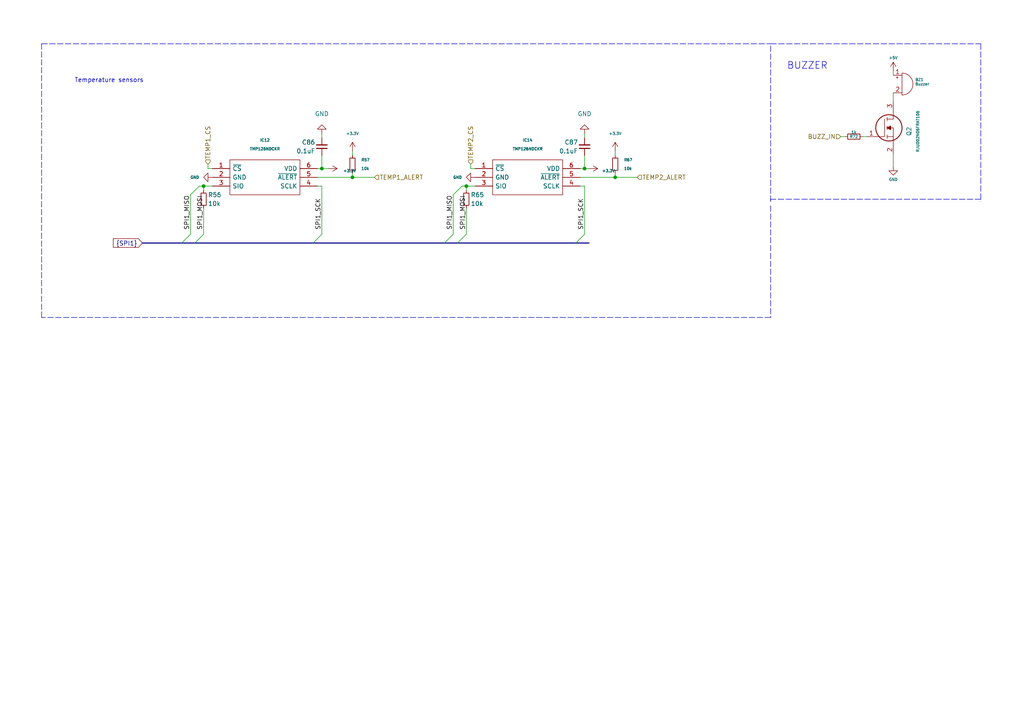
<source format=kicad_sch>
(kicad_sch (version 20211123) (generator eeschema)
  (paper "A4")
  (lib_symbols
    (symbol "BSPD-07:RJU002N06FRAT106" (pin_names (offset 0.762))
      (property "Reference" "Q" (at 11.43 3.81 0))
      (property "Value" "RJU002N06FRAT106" (at 11.43 1.27 0))
      (symbol "RJU002N06FRAT106_0_0"
        (pin passive line (at 0 0 0) (length 2.54) (name "~") (number "1"))
        (pin passive line (at 7.62 -5.08 90) (length 2.54) (name "~") (number "2"))
        (pin passive line (at 7.62 10.16 270) (length 2.54) (name "~") (number "3"))
      )
      (symbol "RJU002N06FRAT106_0_1"
        (polyline (pts (xy 5.842 -0.508) (xy 5.842 0.508)) (stroke (width 0.1524)))
        (polyline (pts (xy 5.842 0) (xy 7.62 0)) (stroke (width 0.1524)))
        (polyline (pts (xy 5.842 2.032) (xy 5.842 3.048)) (stroke (width 0.1524)))
        (polyline (pts (xy 5.842 5.588) (xy 5.842 4.572)) (stroke (width 0.1524)))
        (polyline (pts (xy 7.62 2.54) (xy 5.842 2.54)) (stroke (width 0.1524)))
        (polyline (pts (xy 7.62 2.54) (xy 7.62 -2.54)) (stroke (width 0.1524)))
        (polyline (pts (xy 7.62 5.08) (xy 5.842 5.08)) (stroke (width 0.1524)))
        (polyline (pts (xy 7.62 5.08) (xy 7.62 7.62)) (stroke (width 0.1524)))
        (polyline (pts (xy 2.54 0) (xy 5.08 0) (xy 5.08 5.08)) (stroke (width 0.1524)))
        (polyline (pts (xy 5.842 2.54) (xy 6.858 3.048) (xy 6.858 2.032) (xy 5.842 2.54)) (stroke (width 0.254)) (fill (type outline)))
        (circle (center 6.35 2.54) (radius 3.81) (stroke (width 0.254)))
      )
    )
    (symbol "Device:Buzzer" (pin_names (offset 0.0254) hide)
      (property "Reference" "BZ" (at 3.81 1.27 0))
      (property "Value" "Buzzer" (at 3.81 -1.27 0))
      (symbol "Buzzer_0_1"
        (arc (start 0 -3.175) (mid 3.175 0) (end 0 3.175))
        (polyline (pts (xy -1.651 1.905) (xy -1.143 1.905)))
        (polyline (pts (xy -1.397 2.159) (xy -1.397 1.651)))
        (polyline (pts (xy 0 3.175) (xy 0 -3.175)))
      )
      (symbol "Buzzer_1_1"
        (pin passive line (at -2.54 2.54 0) (length 2.54) (name "-") (number "1"))
        (pin passive line (at -2.54 -2.54 0) (length 2.54) (name "+") (number "2"))
      )
    )
    (symbol "Device:C_Small" (pin_numbers hide) (pin_names (offset 0.254) hide)
      (property "Reference" "C" (at 0.254 1.778 0))
      (property "Value" "C_Small" (at 0.254 -2.032 0))
      (symbol "C_Small_0_1"
        (polyline (pts (xy -1.524 -0.508) (xy 1.524 -0.508)) (stroke (width 0.3302)))
        (polyline (pts (xy -1.524 0.508) (xy 1.524 0.508)) (stroke (width 0.3048)))
      )
      (symbol "C_Small_1_1"
        (pin passive line (at 0 2.54 270) (length 2.032) (name "~") (number "1"))
        (pin passive line (at 0 -2.54 90) (length 2.032) (name "~") (number "2"))
      )
    )
    (symbol "Device:R_Small" (pin_numbers hide) (pin_names (offset 0.254) hide)
      (property "Reference" "R" (at 0.762 0.508 0))
      (property "Value" "R_Small" (at 0.762 -1.016 0))
      (symbol "R_Small_0_1"
        (rectangle (start -0.762 1.778) (end 0.762 -1.778) (stroke (width 0.2032)))
      )
      (symbol "R_Small_1_1"
        (pin passive line (at 0 2.54 270) (length 0.762) (name "~") (number "1"))
        (pin passive line (at 0 -2.54 90) (length 0.762) (name "~") (number "2"))
      )
    )
    (symbol "PDM_additional:TMP126NDCKR" (pin_names (offset 0.762))
      (property "Reference" "IC" (at 26.67 7.62 0))
      (property "Value" "TMP126NDCKR" (at 26.67 5.08 0))
      (symbol "TMP126NDCKR_0_0"
        (pin passive line (at 0 0 0) (length 5.08) (name "~{CS}") (number "1"))
        (pin passive line (at 0 -2.54 0) (length 5.08) (name "GND") (number "2"))
        (pin passive line (at 0 -5.08 0) (length 5.08) (name "SIO") (number "3"))
        (pin passive line (at 30.48 -5.08 180) (length 5.08) (name "SCLK") (number "4"))
        (pin passive line (at 30.48 -2.54 180) (length 5.08) (name "~{ALERT}") (number "5"))
        (pin passive line (at 30.48 0 180) (length 5.08) (name "VDD") (number "6"))
      )
      (symbol "TMP126NDCKR_0_1"
        (polyline (pts (xy 5.08 2.54) (xy 25.4 2.54) (xy 25.4 -7.62) (xy 5.08 -7.62) (xy 5.08 2.54)) (stroke (width 0.1524)))
      )
    )
    (symbol "power:+3.3V" (power) (pin_names (offset 0))
      (property "Value" "+3.3V" (at 0 3.556 0))
      (symbol "+3.3V_0_1"
        (polyline (pts (xy -0.762 1.27) (xy 0 2.54)))
        (polyline (pts (xy 0 0) (xy 0 2.54)))
        (polyline (pts (xy 0 2.54) (xy 0.762 1.27)))
      )
      (symbol "+3.3V_1_1"
        (pin power_in line (at 0 0 90) (length 0) hide (name "+3.3V") (number "1"))
      )
    )
    (symbol "power:+5V" (power) (pin_names (offset 0))
      (property "Value" "+5V" (at 0 3.556 0))
      (symbol "+5V_0_1"
        (polyline (pts (xy -0.762 1.27) (xy 0 2.54)))
        (polyline (pts (xy 0 0) (xy 0 2.54)))
        (polyline (pts (xy 0 2.54) (xy 0.762 1.27)))
      )
      (symbol "+5V_1_1"
        (pin power_in line (at 0 0 90) (length 0) hide (name "+5V") (number "1"))
      )
    )
    (symbol "power:GND" (power) (pin_names (offset 0))
      (property "Value" "GND" (at 0 -3.81 0))
      (symbol "GND_0_1"
        (polyline (pts (xy 0 0) (xy 0 -1.27) (xy 1.27 -1.27) (xy 0 -2.54) (xy -1.27 -1.27) (xy 0 -1.27)))
      )
      (symbol "GND_1_1"
        (pin power_in line (at 0 0 270) (length 0) hide (name "GND") (number "1"))
      )
    )
  )
  (junction (at 59.055 53.975))
  (junction (at 93.345 48.895))
  (junction (at 178.435 51.435))
  (junction (at 135.255 53.975))
  (junction (at 102.235 51.435))
  (junction (at 169.545 48.895))
  (bus_entry (at 128.905 70.485) (size 2.54 -2.54))
  (bus_entry (at 52.705 70.485) (size 2.54 -2.54))
  (bus_entry (at 90.805 70.485) (size 2.54 -2.54))
  (bus_entry (at 132.715 70.485) (size 2.54 -2.54))
  (bus_entry (at 56.515 70.485) (size 2.54 -2.54))
  (bus_entry (at 167.005 70.485) (size 2.54 -2.54))
  (wire (pts (xy 59.055 53.975) (xy 61.595 53.975)))
  (bus (pts (xy 90.805 70.485) (xy 128.905 70.485)))
  (wire (pts (xy 169.545 48.895) (xy 170.815 48.895)))
  (wire (pts (xy 102.235 51.435) (xy 108.585 51.435)))
  (wire (pts (xy 59.055 60.325) (xy 59.055 67.945)))
  (wire (pts (xy 135.255 60.325) (xy 135.255 67.945)))
  (wire (pts (xy 92.075 53.975) (xy 93.345 53.975)))
  (wire (pts (xy 133.985 53.975) (xy 135.255 53.975)))
  (wire (pts (xy 169.545 48.895) (xy 168.275 48.895)))
  (polyline (pts (xy 12.065 12.7) (xy 223.52 12.7)))
  (wire (pts (xy 169.545 53.975) (xy 169.545 67.945)))
  (wire (pts (xy 60.325 47.625) (xy 60.325 48.895)))
  (polyline (pts (xy 284.48 12.7) (xy 284.48 58.42)))
  (bus (pts (xy 56.515 70.485) (xy 90.805 70.485)))
  (wire (pts (xy 168.275 51.435) (xy 178.435 51.435)))
  (bus (pts (xy 167.005 70.485) (xy 170.815 70.485)))
  (wire (pts (xy 169.545 45.085) (xy 169.545 48.895)))
  (wire (pts (xy 178.435 51.435) (xy 184.785 51.435)))
  (wire (pts (xy 57.785 53.975) (xy 59.055 53.975)))
  (wire (pts (xy 59.055 53.975) (xy 59.055 55.245)))
  (wire (pts (xy 178.435 50.165) (xy 178.435 51.435)))
  (polyline (pts (xy 223.52 57.785) (xy 223.52 58.42)))
  (wire (pts (xy 92.075 51.435) (xy 102.235 51.435)))
  (polyline (pts (xy 223.52 12.7) (xy 284.48 12.7)))
  (wire (pts (xy 55.245 56.515) (xy 55.245 67.945)))
  (bus (pts (xy 132.715 70.485) (xy 167.005 70.485)))
  (polyline (pts (xy 223.52 58.42) (xy 223.52 12.7)))
  (wire (pts (xy 93.345 45.085) (xy 93.345 48.895)))
  (wire (pts (xy 102.235 43.815) (xy 102.235 45.085)))
  (wire (pts (xy 135.255 53.975) (xy 137.795 53.975)))
  (wire (pts (xy 243.84 39.624) (xy 245.11 39.624)))
  (wire (pts (xy 60.325 48.895) (xy 61.595 48.895)))
  (wire (pts (xy 93.345 53.975) (xy 93.345 67.945)))
  (wire (pts (xy 93.345 48.895) (xy 95.25 48.895)))
  (bus (pts (xy 41.275 70.485) (xy 52.705 70.485)))
  (wire (pts (xy 259.08 20.574) (xy 259.08 21.844)))
  (polyline (pts (xy 284.48 57.785) (xy 223.52 57.785)))
  (bus (pts (xy 128.905 70.485) (xy 132.715 70.485)))
  (polyline (pts (xy 223.52 59.69) (xy 223.52 92.075)))
  (wire (pts (xy 131.445 56.515) (xy 131.445 67.945)))
  (wire (pts (xy 168.275 53.975) (xy 169.545 53.975)))
  (wire (pts (xy 136.525 48.895) (xy 136.525 47.625)))
  (wire (pts (xy 250.19 39.624) (xy 251.46 39.624)))
  (wire (pts (xy 259.08 26.924) (xy 259.08 29.464)))
  (wire (pts (xy 169.545 38.735) (xy 169.545 40.005)))
  (wire (pts (xy 137.795 48.895) (xy 136.525 48.895)))
  (wire (pts (xy 259.08 44.704) (xy 259.08 48.26)))
  (wire (pts (xy 93.345 48.895) (xy 92.075 48.895)))
  (wire (pts (xy 102.235 50.165) (xy 102.235 51.435)))
  (polyline (pts (xy 12.065 92.075) (xy 12.065 12.7)))
  (wire (pts (xy 178.435 43.815) (xy 178.435 45.085)))
  (wire (pts (xy 131.445 56.515) (xy 133.985 53.975)))
  (wire (pts (xy 93.345 38.735) (xy 93.345 40.005)))
  (wire (pts (xy 135.255 53.975) (xy 135.255 55.245)))
  (wire (pts (xy 55.245 56.515) (xy 57.785 53.975)))
  (polyline (pts (xy 223.52 92.075) (xy 12.065 92.075)))
  (bus (pts (xy 52.705 70.485) (xy 56.515 70.485)))
  (text "BUZZER" (at 228.219 20.32 0) (effects (font (size 2 2)) (justify left bottom)))
  (text "Temperature sensors\n" (at 21.59 24.13 0) (effects (font (size 1.27 1.27)) (justify left bottom)))
  (label "SPI1_SCK" (at 93.345 66.675 90))
  (label "SPI1_MOSI" (at 59.055 66.675 90))
  (label "SPI1_MISO" (at 55.245 66.675 90))
  (label "SPI1_MISO" (at 131.445 66.675 90))
  (label "SPI1_MOSI" (at 135.255 66.675 90))
  (label "SPI1_SCK" (at 169.545 66.675 90))
  (global_label "{SPI1}" (shape input) (at 41.275 70.485 180) (property "Intersheet References" "${INTERSHEET_REFS}" (effects hide)))
  (hierarchical_label "TEMP1_CS" (shape input) (at 60.325 47.625 90))
  (hierarchical_label "BUZZ_IN" (shape input) (at 243.84 39.624 180))
  (hierarchical_label "TEMP2_ALERT" (shape input) (at 184.785 51.435 0))
  (hierarchical_label "TEMP1_ALERT" (shape input) (at 108.585 51.435 0))
  (hierarchical_label "TEMP2_CS" (shape input) (at 136.525 47.625 90))
  (symbol (lib_id "power:+5V") (at 259.08 20.574 0) (unit 1)
    (property "Reference" "#PWR0197" (effects hide))
    (property "Value" "+5V" (at 259.08 16.764 0) (effects (font (size 0.8 0.8))))
  )
  (symbol (lib_id "power:GND") (at 259.08 48.26 0) (unit 1)
    (property "Reference" "#PWR0196" (effects hide))
    (property "Value" "GND" (at 259.08 52.07 0) (effects (font (size 0.8 0.8))))
  )
  (symbol (lib_id "Device:R_Small") (at 102.235 47.625 0) (unit 1)
    (property "Reference" "R57" (at 104.775 46.3549 0) (effects (font (size 0.8 0.8)) (justify left)))
    (property "Value" "10k" (at 104.775 48.8949 0) (effects (font (size 0.8 0.8)) (justify left)))
    (property "Footprint" "Resistor_SMD:R_0402_1005Metric" (effects hide))
  )
  (symbol (lib_id "power:GND") (at 169.545 38.735 180) (unit 1)
    (property "Reference" "#PWR0194" (effects hide))
    (property "Value" "GND" (at 169.545 33.02 0))
  )
  (symbol (lib_id "Device:R_Small") (at 59.055 57.785 0) (unit 1)
    (property "Reference" "R56" (at 60.325 56.515 0) (effects (justify left)))
    (property "Value" "10k" (at 60.325 59.055 0) (effects (justify left)))
    (property "Footprint" "Resistor_SMD:R_0402_1005Metric" (effects hide))
  )
  (symbol (lib_id "power:GND") (at 61.595 51.435 270) (unit 1)
    (property "Reference" "#PWR0233" (effects hide))
    (property "Value" "GND" (at 57.785 51.4349 90) (effects (font (size 0.8 0.8)) (justify right)))
  )
  (symbol (lib_id "Device:C_Small") (at 169.545 42.545 0) (mirror x) (unit 1)
    (property "Reference" "C87" (at 167.64 41.275 0) (effects (justify right)))
    (property "Value" "0.1uF" (at 167.64 43.815 0) (effects (justify right)))
    (property "Footprint" "Capacitor_SMD:C_0402_1005Metric" (effects hide))
  )
  (symbol (lib_id "BSPD-07:RJU002N06FRAT106") (at 251.46 39.624 0) (unit 1)
    (property "Reference" "Q2" (at 263.652 38.1 90))
    (property "Value" "RJU002N06FRAT106" (at 266.192 38.1 90) (effects (font (size 0.8 0.8))))
    (property "Footprint" "PDMS_Additional:SOT65P210X110-3N" (effects hide))
    (property "Datasheet" "https://datasheet.datasheetarchive.com/originals/distributors/DKDS-10/185695.pdf" (effects hide))
    (property "Description" "ROHM - RJU002N06FRAT106 - MOSFET, AEC-Q101, N-CH, 60V, 0.2A, UMT3" (effects hide))
    (property "Height" "1" (effects hide))
    (property "Manufacturer_Name" "ROHM Semiconductor" (effects hide))
    (property "Manufacturer_Part_Number" "RJU002N06FRAT106" (effects hide))
    (property "Mouser Part Number" "755-RJU002N06FRAT106" (effects hide))
    (property "Mouser Price/Stock" "https://www.mouser.com/Search/Refine.aspx?Keyword=755-RJU002N06FRAT106" (effects hide))
  )
  (symbol (lib_id "power:+3.3V") (at 95.25 48.895 270) (unit 1)
    (property "Reference" "#PWR0309" (effects hide))
    (property "Value" "+3.3V" (at 99.568 49.53 90) (effects (font (size 0.8 0.8)) (justify left)))
  )
  (symbol (lib_id "power:+3.3V") (at 170.815 48.895 270) (unit 1)
    (property "Reference" "#PWR0199" (effects hide))
    (property "Value" "+3.3V" (at 174.625 49.53 90) (effects (font (size 0.8 0.8)) (justify left)))
  )
  (symbol (lib_id "power:GND") (at 93.345 38.735 180) (unit 1)
    (property "Reference" "#PWR0239" (effects hide))
    (property "Value" "GND" (at 93.345 33.02 0))
  )
  (symbol (lib_id "PDM_additional:TMP126NDCKR") (at 137.795 48.895 0) (unit 1)
    (property "Reference" "IC14" (at 153.035 40.64 0) (effects (font (size 0.8 0.8))))
    (property "Value" "TMP126NDCKR" (at 153.035 43.18 0) (effects (font (size 0.8 0.8))))
    (property "Footprint" "PDM_Additional:SOT65P210X110-6N" (effects hide))
    (property "Datasheet" "https://www.ti.com/lit/ds/symlink/tmp126.pdf" (effects hide))
    (property "Description" "Board Mount Temperature Sensors +/-0.25 C SPI temperature sensor with 175 C operation, CRC and slew-rate alert" (effects hide))
    (property "Height" "1.1" (effects hide))
    (property "Manufacturer_Name" "Texas Instruments" (effects hide))
    (property "Manufacturer_Part_Number" "TMP126NDCKR" (effects hide))
    (property "Mouser Part Number" "595-TMP126NDCKR" (effects hide))
    (property "Mouser Price/Stock" "https://www.mouser.co.uk/ProductDetail/Texas-Instruments/TMP126NDCKR?qs=4ASt3YYao0WSJ2BCCG0dWw%3D%3D" (effects hide))
  )
  (symbol (lib_id "Device:C_Small") (at 93.345 42.545 0) (mirror x) (unit 1)
    (property "Reference" "C86" (at 91.44 41.275 0) (effects (justify right)))
    (property "Value" "0.1uF" (at 91.44 43.815 0) (effects (justify right)))
    (property "Footprint" "Capacitor_SMD:C_0402_1005Metric" (effects hide))
  )
  (symbol (lib_id "Device:Buzzer") (at 261.62 24.384 0) (unit 1)
    (property "Reference" "BZ1" (at 265.43 23.1139 0) (effects (font (size 0.8 0.8)) (justify left)))
    (property "Value" "Buzzer" (at 265.43 24.384 0) (effects (font (size 0.8 0.8)) (justify left)))
    (property "Footprint" "Buzzer_Beeper:Buzzer_12x9.5RM7.6" (effects hide))
  )
  (symbol (lib_id "Device:R_Small") (at 247.65 39.624 90) (unit 1)
    (property "Reference" "R72" (at 247.65 39.624 90) (effects (font (size 0.8 0.8))))
    (property "Value" "1k" (at 247.65 38.354 90) (effects (font (size 0.8 0.8))))
    (property "Footprint" "Resistor_SMD:R_0402_1005Metric" (effects hide))
  )
  (symbol (lib_id "PDM_additional:TMP126NDCKR") (at 61.595 48.895 0) (unit 1)
    (property "Reference" "IC12" (at 76.835 40.64 0) (effects (font (size 0.8 0.8))))
    (property "Value" "TMP126NDCKR" (at 76.835 43.18 0) (effects (font (size 0.8 0.8))))
    (property "Footprint" "PDM_Additional:SOT65P210X110-6N" (effects hide))
    (property "Datasheet" "https://www.ti.com/lit/ds/symlink/tmp126.pdf" (effects hide))
    (property "Description" "Board Mount Temperature Sensors +/-0.25 C SPI temperature sensor with 175 C operation, CRC and slew-rate alert" (effects hide))
    (property "Height" "1.1" (effects hide))
    (property "Manufacturer_Name" "Texas Instruments" (effects hide))
    (property "Manufacturer_Part_Number" "TMP126NDCKR" (effects hide))
    (property "Mouser Part Number" "595-TMP126NDCKR" (effects hide))
    (property "Mouser Price/Stock" "https://www.mouser.co.uk/ProductDetail/Texas-Instruments/TMP126NDCKR?qs=4ASt3YYao0WSJ2BCCG0dWw%3D%3D" (effects hide))
  )
  (symbol (lib_id "Device:R_Small") (at 135.255 57.785 0) (unit 1)
    (property "Reference" "R65" (at 136.525 56.515 0) (effects (justify left)))
    (property "Value" "10k" (at 136.525 59.055 0) (effects (justify left)))
    (property "Footprint" "Resistor_SMD:R_0402_1005Metric" (effects hide))
  )
  (symbol (lib_id "power:GND") (at 137.795 51.435 270) (unit 1)
    (property "Reference" "#PWR0195" (effects hide))
    (property "Value" "GND" (at 133.985 51.4349 90) (effects (font (size 0.8 0.8)) (justify right)))
  )
  (symbol (lib_id "power:+3.3V") (at 102.235 43.815 0) (unit 1)
    (property "Reference" "#PWR0310" (effects hide))
    (property "Value" "+3.3V" (at 102.235 38.735 0) (effects (font (size 0.8 0.8))))
  )
  (symbol (lib_id "power:+3.3V") (at 178.435 43.815 0) (unit 1)
    (property "Reference" "#PWR0200" (effects hide))
    (property "Value" "+3.3V" (at 178.435 38.735 0) (effects (font (size 0.8 0.8))))
  )
  (symbol (lib_id "Device:R_Small") (at 178.435 47.625 0) (unit 1)
    (property "Reference" "R67" (at 180.975 46.3549 0) (effects (font (size 0.8 0.8)) (justify left)))
    (property "Value" "10k" (at 180.975 48.8949 0) (effects (font (size 0.8 0.8)) (justify left)))
    (property "Footprint" "Resistor_SMD:R_0402_1005Metric" (effects hide))
  )
)
</source>
